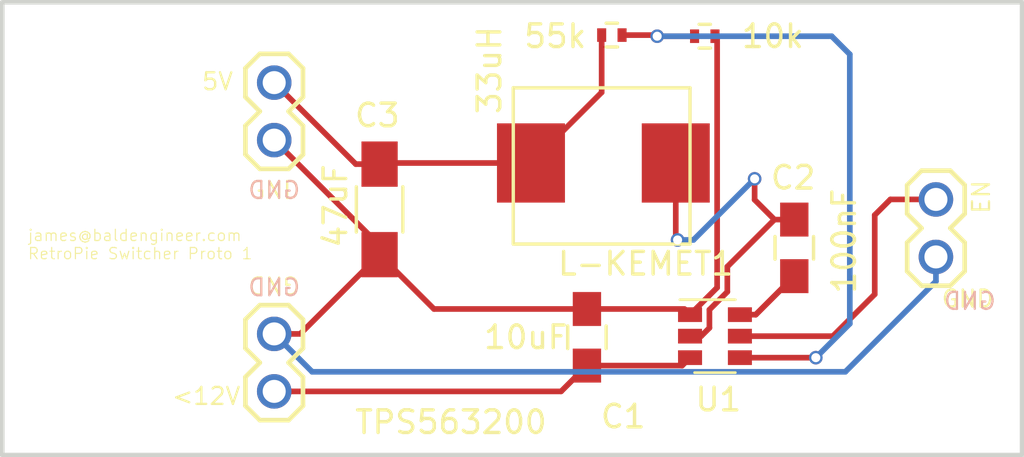
<source format=kicad_pcb>
(kicad_pcb (version 20171130) (host pcbnew "(5.1.12)-1")

  (general
    (thickness 1.6)
    (drawings 14)
    (tracks 58)
    (zones 0)
    (modules 10)
    (nets 8)
  )

  (page A4)
  (layers
    (0 F.Cu signal)
    (31 B.Cu signal)
    (32 B.Adhes user hide)
    (33 F.Adhes user hide)
    (34 B.Paste user hide)
    (35 F.Paste user hide)
    (36 B.SilkS user hide)
    (37 F.SilkS user hide)
    (38 B.Mask user hide)
    (39 F.Mask user hide)
    (40 Dwgs.User user hide)
    (41 Cmts.User user hide)
    (42 Eco1.User user hide)
    (43 Eco2.User user hide)
    (44 Edge.Cuts user)
    (45 Margin user hide)
    (46 B.CrtYd user hide)
    (47 F.CrtYd user hide)
    (48 B.Fab user hide)
    (49 F.Fab user hide)
  )

  (setup
    (last_trace_width 0.25)
    (trace_clearance 0.2)
    (zone_clearance 0.254)
    (zone_45_only no)
    (trace_min 0.2)
    (via_size 0.6)
    (via_drill 0.4)
    (via_min_size 0.4)
    (via_min_drill 0.3)
    (uvia_size 0.3)
    (uvia_drill 0.1)
    (uvias_allowed no)
    (uvia_min_size 0.2)
    (uvia_min_drill 0.1)
    (edge_width 0.2)
    (segment_width 0.2)
    (pcb_text_width 0.3)
    (pcb_text_size 1.5 1.5)
    (mod_edge_width 0.15)
    (mod_text_size 1 1)
    (mod_text_width 0.15)
    (pad_size 1.524 1.524)
    (pad_drill 1.016)
    (pad_to_mask_clearance 0)
    (aux_axis_origin 0 0)
    (visible_elements 7FFFFFFF)
    (pcbplotparams
      (layerselection 0x00000_00000001)
      (usegerberextensions false)
      (usegerberattributes true)
      (usegerberadvancedattributes true)
      (creategerberjobfile true)
      (excludeedgelayer true)
      (linewidth 0.100000)
      (plotframeref false)
      (viasonmask false)
      (mode 1)
      (useauxorigin false)
      (hpglpennumber 1)
      (hpglpenspeed 20)
      (hpglpendiameter 15.000000)
      (psnegative false)
      (psa4output false)
      (plotreference true)
      (plotvalue true)
      (plotinvisibletext false)
      (padsonsilk false)
      (subtractmaskfromsilk false)
      (outputformat 4)
      (mirror false)
      (drillshape 0)
      (scaleselection 1)
      (outputdirectory ""))
  )

  (net 0 "")
  (net 1 GND)
  (net 2 "Net-(C2-Pad2)")
  (net 3 "Net-(R1-Pad2)")
  (net 4 /IN)
  (net 5 /ToCoil)
  (net 6 /OUT)
  (net 7 /ENABLE)

  (net_class Default "This is the default net class."
    (clearance 0.2)
    (trace_width 0.25)
    (via_dia 0.6)
    (via_drill 0.4)
    (uvia_dia 0.3)
    (uvia_drill 0.1)
    (add_net /ENABLE)
    (add_net /IN)
    (add_net /OUT)
    (add_net /ToCoil)
    (add_net GND)
    (add_net "Net-(C2-Pad2)")
    (add_net "Net-(R1-Pad2)")
  )

  (module Capacitors_SMD:C_0805_HandSoldering (layer F.Cu) (tedit 58EF001A) (tstamp 58EDA2B8)
    (at 141.8 104.3 90)
    (descr "Capacitor SMD 0805, hand soldering")
    (tags "capacitor 0805")
    (path /58EC2860)
    (attr smd)
    (fp_text reference C1 (at -3.5 1.6 180) (layer F.SilkS)
      (effects (font (size 1 1) (thickness 0.15)))
    )
    (fp_text value 10uF (at 0 -2.7 180) (layer F.SilkS)
      (effects (font (size 1 1) (thickness 0.15)))
    )
    (fp_line (start -0.5 0.85) (end 0.5 0.85) (layer F.SilkS) (width 0.15))
    (fp_line (start 0.5 -0.85) (end -0.5 -0.85) (layer F.SilkS) (width 0.15))
    (fp_line (start 2.3 -1) (end 2.3 1) (layer F.CrtYd) (width 0.05))
    (fp_line (start -2.3 -1) (end -2.3 1) (layer F.CrtYd) (width 0.05))
    (fp_line (start -2.3 1) (end 2.3 1) (layer F.CrtYd) (width 0.05))
    (fp_line (start -2.3 -1) (end 2.3 -1) (layer F.CrtYd) (width 0.05))
    (fp_line (start -1 -0.625) (end 1 -0.625) (layer F.Fab) (width 0.15))
    (fp_line (start 1 -0.625) (end 1 0.625) (layer F.Fab) (width 0.15))
    (fp_line (start 1 0.625) (end -1 0.625) (layer F.Fab) (width 0.15))
    (fp_line (start -1 0.625) (end -1 -0.625) (layer F.Fab) (width 0.15))
    (pad 1 smd rect (at -1.25 0 90) (size 1.5 1.25) (layers F.Cu F.Paste F.Mask)
      (net 4 /IN))
    (pad 2 smd rect (at 1.25 0 90) (size 1.5 1.25) (layers F.Cu F.Paste F.Mask)
      (net 1 GND))
    (model Capacitors_SMD.3dshapes/C_0805_HandSoldering.wrl
      (at (xyz 0 0 0))
      (scale (xyz 1 1 1))
      (rotate (xyz 0 0 0))
    )
  )

  (module Capacitors_SMD:C_0805_HandSoldering (layer F.Cu) (tedit 58EF0037) (tstamp 58EDA2C8)
    (at 150.95 100.35 270)
    (descr "Capacitor SMD 0805, hand soldering")
    (tags "capacitor 0805")
    (path /58EC28A3)
    (attr smd)
    (fp_text reference C2 (at -3.1 0.05) (layer F.SilkS)
      (effects (font (size 1 1) (thickness 0.15)))
    )
    (fp_text value 100nF (at -0.3 -2.2 270) (layer F.SilkS)
      (effects (font (size 1 1) (thickness 0.15)))
    )
    (fp_line (start -0.5 0.85) (end 0.5 0.85) (layer F.SilkS) (width 0.15))
    (fp_line (start 0.5 -0.85) (end -0.5 -0.85) (layer F.SilkS) (width 0.15))
    (fp_line (start 2.3 -1) (end 2.3 1) (layer F.CrtYd) (width 0.05))
    (fp_line (start -2.3 -1) (end -2.3 1) (layer F.CrtYd) (width 0.05))
    (fp_line (start -2.3 1) (end 2.3 1) (layer F.CrtYd) (width 0.05))
    (fp_line (start -2.3 -1) (end 2.3 -1) (layer F.CrtYd) (width 0.05))
    (fp_line (start -1 -0.625) (end 1 -0.625) (layer F.Fab) (width 0.15))
    (fp_line (start 1 -0.625) (end 1 0.625) (layer F.Fab) (width 0.15))
    (fp_line (start 1 0.625) (end -1 0.625) (layer F.Fab) (width 0.15))
    (fp_line (start -1 0.625) (end -1 -0.625) (layer F.Fab) (width 0.15))
    (pad 1 smd rect (at -1.25 0 270) (size 1.5 1.25) (layers F.Cu F.Paste F.Mask)
      (net 5 /ToCoil))
    (pad 2 smd rect (at 1.25 0 270) (size 1.5 1.25) (layers F.Cu F.Paste F.Mask)
      (net 2 "Net-(C2-Pad2)"))
    (model Capacitors_SMD.3dshapes/C_0805_HandSoldering.wrl
      (at (xyz 0 0 0))
      (scale (xyz 1 1 1))
      (rotate (xyz 0 0 0))
    )
  )

  (module Capacitors_SMD:C_1206_HandSoldering (layer F.Cu) (tedit 58EF000C) (tstamp 58EDA2D8)
    (at 132.65 98.65 90)
    (descr "Capacitor SMD 1206, hand soldering")
    (tags "capacitor 1206")
    (path /58EC29EF)
    (attr smd)
    (fp_text reference C3 (at 4.15 -0.1 180) (layer F.SilkS)
      (effects (font (size 1 1) (thickness 0.15)))
    )
    (fp_text value 47uF (at 0.15 -1.95 90) (layer F.SilkS)
      (effects (font (size 1 1) (thickness 0.15)))
    )
    (fp_line (start -1 1.025) (end 1 1.025) (layer F.SilkS) (width 0.15))
    (fp_line (start 1 -1.025) (end -1 -1.025) (layer F.SilkS) (width 0.15))
    (fp_line (start 3.3 -1.15) (end 3.3 1.15) (layer F.CrtYd) (width 0.05))
    (fp_line (start -3.3 -1.15) (end -3.3 1.15) (layer F.CrtYd) (width 0.05))
    (fp_line (start -3.3 1.15) (end 3.3 1.15) (layer F.CrtYd) (width 0.05))
    (fp_line (start -3.3 -1.15) (end 3.3 -1.15) (layer F.CrtYd) (width 0.05))
    (fp_line (start -1.6 -0.8) (end 1.6 -0.8) (layer F.Fab) (width 0.15))
    (fp_line (start 1.6 -0.8) (end 1.6 0.8) (layer F.Fab) (width 0.15))
    (fp_line (start 1.6 0.8) (end -1.6 0.8) (layer F.Fab) (width 0.15))
    (fp_line (start -1.6 0.8) (end -1.6 -0.8) (layer F.Fab) (width 0.15))
    (pad 1 smd rect (at -2 0 90) (size 2 1.6) (layers F.Cu F.Paste F.Mask)
      (net 1 GND))
    (pad 2 smd rect (at 2 0 90) (size 2 1.6) (layers F.Cu F.Paste F.Mask)
      (net 6 /OUT))
    (model Capacitors_SMD.3dshapes/C_1206_HandSoldering.wrl
      (at (xyz 0 0 0))
      (scale (xyz 1 1 1))
      (rotate (xyz 0 0 0))
    )
  )

  (module Resistors_SMD:R_0402 (layer F.Cu) (tedit 58EF0026) (tstamp 58EDA2FC)
    (at 142.9 90.95)
    (descr "Resistor SMD 0402, reflow soldering, Vishay (see dcrcw.pdf)")
    (tags "resistor 0402")
    (path /58EC2802)
    (attr smd)
    (fp_text reference R1 (at -1.05 -3) (layer F.SilkS) hide
      (effects (font (size 1 1) (thickness 0.15)))
    )
    (fp_text value 55k (at -2.5 0.05) (layer F.SilkS)
      (effects (font (size 1 1) (thickness 0.15)))
    )
    (fp_line (start -0.25 0.525) (end 0.25 0.525) (layer F.SilkS) (width 0.15))
    (fp_line (start 0.25 -0.525) (end -0.25 -0.525) (layer F.SilkS) (width 0.15))
    (fp_line (start 0.95 -0.65) (end 0.95 0.65) (layer F.CrtYd) (width 0.05))
    (fp_line (start -0.95 -0.65) (end -0.95 0.65) (layer F.CrtYd) (width 0.05))
    (fp_line (start -0.95 0.65) (end 0.95 0.65) (layer F.CrtYd) (width 0.05))
    (fp_line (start -0.95 -0.65) (end 0.95 -0.65) (layer F.CrtYd) (width 0.05))
    (fp_line (start -0.5 -0.25) (end 0.5 -0.25) (layer F.Fab) (width 0.1))
    (fp_line (start 0.5 -0.25) (end 0.5 0.25) (layer F.Fab) (width 0.1))
    (fp_line (start 0.5 0.25) (end -0.5 0.25) (layer F.Fab) (width 0.1))
    (fp_line (start -0.5 0.25) (end -0.5 -0.25) (layer F.Fab) (width 0.1))
    (pad 1 smd rect (at -0.45 0) (size 0.4 0.6) (layers F.Cu F.Paste F.Mask)
      (net 6 /OUT))
    (pad 2 smd rect (at 0.45 0) (size 0.4 0.6) (layers F.Cu F.Paste F.Mask)
      (net 3 "Net-(R1-Pad2)"))
    (model Resistors_SMD.3dshapes/R_0402.wrl
      (at (xyz 0 0 0))
      (scale (xyz 1 1 1))
      (rotate (xyz 0 0 0))
    )
  )

  (module Resistors_SMD:R_0402 (layer F.Cu) (tedit 58EF002F) (tstamp 58EDA30C)
    (at 147 91)
    (descr "Resistor SMD 0402, reflow soldering, Vishay (see dcrcw.pdf)")
    (tags "resistor 0402")
    (path /58EC264C)
    (attr smd)
    (fp_text reference R2 (at 0.9 -3.05) (layer F.SilkS) hide
      (effects (font (size 1 1) (thickness 0.15)))
    )
    (fp_text value 10k (at 3 0) (layer F.SilkS)
      (effects (font (size 1 1) (thickness 0.15)))
    )
    (fp_line (start -0.25 0.525) (end 0.25 0.525) (layer F.SilkS) (width 0.15))
    (fp_line (start 0.25 -0.525) (end -0.25 -0.525) (layer F.SilkS) (width 0.15))
    (fp_line (start 0.95 -0.65) (end 0.95 0.65) (layer F.CrtYd) (width 0.05))
    (fp_line (start -0.95 -0.65) (end -0.95 0.65) (layer F.CrtYd) (width 0.05))
    (fp_line (start -0.95 0.65) (end 0.95 0.65) (layer F.CrtYd) (width 0.05))
    (fp_line (start -0.95 -0.65) (end 0.95 -0.65) (layer F.CrtYd) (width 0.05))
    (fp_line (start -0.5 -0.25) (end 0.5 -0.25) (layer F.Fab) (width 0.1))
    (fp_line (start 0.5 -0.25) (end 0.5 0.25) (layer F.Fab) (width 0.1))
    (fp_line (start 0.5 0.25) (end -0.5 0.25) (layer F.Fab) (width 0.1))
    (fp_line (start -0.5 0.25) (end -0.5 -0.25) (layer F.Fab) (width 0.1))
    (pad 1 smd rect (at -0.45 0) (size 0.4 0.6) (layers F.Cu F.Paste F.Mask)
      (net 3 "Net-(R1-Pad2)"))
    (pad 2 smd rect (at 0.45 0) (size 0.4 0.6) (layers F.Cu F.Paste F.Mask)
      (net 1 GND))
    (model Resistors_SMD.3dshapes/R_0402.wrl
      (at (xyz 0 0 0))
      (scale (xyz 1 1 1))
      (rotate (xyz 0 0 0))
    )
  )

  (module TO_SOT_Packages_SMD:SOT-23-6 (layer F.Cu) (tedit 58EF0020) (tstamp 58EDA340)
    (at 147.45 104.25)
    (descr "6-pin SOT-23 package")
    (tags SOT-23-6)
    (path /58EC26BA)
    (attr smd)
    (fp_text reference U1 (at 0.15 2.8) (layer F.SilkS)
      (effects (font (size 1 1) (thickness 0.15)))
    )
    (fp_text value TPS563200 (at -11.65 3.8) (layer F.SilkS)
      (effects (font (size 1 1) (thickness 0.15)))
    )
    (fp_line (start 0.9 -1.55) (end 0.9 1.55) (layer F.Fab) (width 0.15))
    (fp_line (start 0.9 1.55) (end -0.9 1.55) (layer F.Fab) (width 0.15))
    (fp_line (start -0.9 -1.55) (end -0.9 1.55) (layer F.Fab) (width 0.15))
    (fp_line (start 0.9 -1.55) (end -0.9 -1.55) (layer F.Fab) (width 0.15))
    (fp_line (start -1.9 -1.8) (end -1.9 1.8) (layer F.CrtYd) (width 0.05))
    (fp_line (start -1.9 1.8) (end 1.9 1.8) (layer F.CrtYd) (width 0.05))
    (fp_line (start 1.9 1.8) (end 1.9 -1.8) (layer F.CrtYd) (width 0.05))
    (fp_line (start 1.9 -1.8) (end -1.9 -1.8) (layer F.CrtYd) (width 0.05))
    (fp_line (start 0.9 -1.61) (end -1.55 -1.61) (layer F.SilkS) (width 0.12))
    (fp_line (start -0.9 1.61) (end 0.9 1.61) (layer F.SilkS) (width 0.12))
    (pad 1 smd rect (at -1.1 -0.95) (size 1.06 0.65) (layers F.Cu F.Paste F.Mask)
      (net 1 GND))
    (pad 2 smd rect (at -1.1 0) (size 1.06 0.65) (layers F.Cu F.Paste F.Mask)
      (net 5 /ToCoil))
    (pad 3 smd rect (at -1.1 0.95) (size 1.06 0.65) (layers F.Cu F.Paste F.Mask)
      (net 4 /IN))
    (pad 4 smd rect (at 1.1 0.95) (size 1.06 0.65) (layers F.Cu F.Paste F.Mask)
      (net 3 "Net-(R1-Pad2)"))
    (pad 6 smd rect (at 1.1 -0.95) (size 1.06 0.65) (layers F.Cu F.Paste F.Mask)
      (net 2 "Net-(C2-Pad2)"))
    (pad 5 smd rect (at 1.1 0) (size 1.06 0.65) (layers F.Cu F.Paste F.Mask)
      (net 7 /ENABLE))
    (model TO_SOT_Packages_SMD.3dshapes/SOT-23-6.wrl
      (at (xyz 0 0 0))
      (scale (xyz 1 1 1))
      (rotate (xyz 0 0 0))
    )
  )

  (module freetronics_footprints:1X02 (layer F.Cu) (tedit 58EEFF9A) (tstamp 58EDA656)
    (at 128 104.15 270)
    (path /58EC31C8)
    (fp_text reference J1 (at 0.3 0 270) (layer Eco1.User) hide
      (effects (font (size 0.6 0.6) (thickness 0.1)))
    )
    (fp_text value 9V-IN (at 2.05 2.4 270) (layer Eco1.User) hide
      (effects (font (size 1.27 1.27) (thickness 0.1016)))
    )
    (fp_line (start 3.81 -0.635) (end 3.81 0.635) (layer F.SilkS) (width 0.2032))
    (fp_line (start 0.635 1.27) (end -0.635 1.27) (layer F.SilkS) (width 0.2032))
    (fp_line (start -1.27 0.635) (end -0.635 1.27) (layer F.SilkS) (width 0.2032))
    (fp_line (start -0.635 -1.27) (end -1.27 -0.635) (layer F.SilkS) (width 0.2032))
    (fp_line (start -1.27 -0.635) (end -1.27 0.635) (layer F.SilkS) (width 0.2032))
    (fp_line (start 1.905 1.27) (end 1.27 0.635) (layer F.SilkS) (width 0.2032))
    (fp_line (start 3.175 1.27) (end 1.905 1.27) (layer F.SilkS) (width 0.2032))
    (fp_line (start 3.81 0.635) (end 3.175 1.27) (layer F.SilkS) (width 0.2032))
    (fp_line (start 3.175 -1.27) (end 3.81 -0.635) (layer F.SilkS) (width 0.2032))
    (fp_line (start 1.905 -1.27) (end 3.175 -1.27) (layer F.SilkS) (width 0.2032))
    (fp_line (start 1.27 -0.635) (end 1.905 -1.27) (layer F.SilkS) (width 0.2032))
    (fp_line (start 1.27 0.635) (end 0.635 1.27) (layer F.SilkS) (width 0.2032))
    (fp_line (start 0.635 -1.27) (end 1.27 -0.635) (layer F.SilkS) (width 0.2032))
    (fp_line (start -0.635 -1.27) (end 0.635 -1.27) (layer F.SilkS) (width 0.2032))
    (pad 1 thru_hole oval (at 0 0) (size 1.524 1.524) (drill 1.016) (layers *.Cu *.Mask)
      (net 1 GND))
    (pad 2 thru_hole oval (at 2.54 0) (size 1.524 1.524) (drill 1.016) (layers *.Cu *.Mask)
      (net 4 /IN))
  )

  (module freetronics_footprints:1X02 (layer F.Cu) (tedit 58EEFFC2) (tstamp 58EDA66A)
    (at 157.2 100.75 90)
    (path /58EC357C)
    (fp_text reference J2 (at 0.3 0 90) (layer Eco1.User) hide
      (effects (font (size 0.6 0.6) (thickness 0.1)))
    )
    (fp_text value EN (at 1.4 1.8 90) (layer F.SilkS) hide
      (effects (font (size 1.27 1.27) (thickness 0.1016)))
    )
    (fp_line (start 3.81 -0.635) (end 3.81 0.635) (layer F.SilkS) (width 0.2032))
    (fp_line (start 0.635 1.27) (end -0.635 1.27) (layer F.SilkS) (width 0.2032))
    (fp_line (start -1.27 0.635) (end -0.635 1.27) (layer F.SilkS) (width 0.2032))
    (fp_line (start -0.635 -1.27) (end -1.27 -0.635) (layer F.SilkS) (width 0.2032))
    (fp_line (start -1.27 -0.635) (end -1.27 0.635) (layer F.SilkS) (width 0.2032))
    (fp_line (start 1.905 1.27) (end 1.27 0.635) (layer F.SilkS) (width 0.2032))
    (fp_line (start 3.175 1.27) (end 1.905 1.27) (layer F.SilkS) (width 0.2032))
    (fp_line (start 3.81 0.635) (end 3.175 1.27) (layer F.SilkS) (width 0.2032))
    (fp_line (start 3.175 -1.27) (end 3.81 -0.635) (layer F.SilkS) (width 0.2032))
    (fp_line (start 1.905 -1.27) (end 3.175 -1.27) (layer F.SilkS) (width 0.2032))
    (fp_line (start 1.27 -0.635) (end 1.905 -1.27) (layer F.SilkS) (width 0.2032))
    (fp_line (start 1.27 0.635) (end 0.635 1.27) (layer F.SilkS) (width 0.2032))
    (fp_line (start 0.635 -1.27) (end 1.27 -0.635) (layer F.SilkS) (width 0.2032))
    (fp_line (start -0.635 -1.27) (end 0.635 -1.27) (layer F.SilkS) (width 0.2032))
    (pad 1 thru_hole oval (at 0 0 180) (size 1.524 1.524) (drill 1.016) (layers *.Cu *.Mask)
      (net 1 GND))
    (pad 2 thru_hole oval (at 2.54 0 180) (size 1.524 1.524) (drill 1.016) (layers *.Cu *.Mask)
      (net 7 /ENABLE))
  )

  (module freetronics_footprints:1X02 (layer F.Cu) (tedit 58EEFF83) (tstamp 58EDA67E)
    (at 128 93.05 270)
    (path /58EC3224)
    (fp_text reference J3 (at 0.3 0 270) (layer Eco1.User) hide
      (effects (font (size 0.6 0.6) (thickness 0.1)))
    )
    (fp_text value 5V-OUT (at 0.95 2.8 270) (layer Eco1.User) hide
      (effects (font (size 1.27 1.27) (thickness 0.1016)))
    )
    (fp_line (start 3.81 -0.635) (end 3.81 0.635) (layer F.SilkS) (width 0.2032))
    (fp_line (start 0.635 1.27) (end -0.635 1.27) (layer F.SilkS) (width 0.2032))
    (fp_line (start -1.27 0.635) (end -0.635 1.27) (layer F.SilkS) (width 0.2032))
    (fp_line (start -0.635 -1.27) (end -1.27 -0.635) (layer F.SilkS) (width 0.2032))
    (fp_line (start -1.27 -0.635) (end -1.27 0.635) (layer F.SilkS) (width 0.2032))
    (fp_line (start 1.905 1.27) (end 1.27 0.635) (layer F.SilkS) (width 0.2032))
    (fp_line (start 3.175 1.27) (end 1.905 1.27) (layer F.SilkS) (width 0.2032))
    (fp_line (start 3.81 0.635) (end 3.175 1.27) (layer F.SilkS) (width 0.2032))
    (fp_line (start 3.175 -1.27) (end 3.81 -0.635) (layer F.SilkS) (width 0.2032))
    (fp_line (start 1.905 -1.27) (end 3.175 -1.27) (layer F.SilkS) (width 0.2032))
    (fp_line (start 1.27 -0.635) (end 1.905 -1.27) (layer F.SilkS) (width 0.2032))
    (fp_line (start 1.27 0.635) (end 0.635 1.27) (layer F.SilkS) (width 0.2032))
    (fp_line (start 0.635 -1.27) (end 1.27 -0.635) (layer F.SilkS) (width 0.2032))
    (fp_line (start -0.635 -1.27) (end 0.635 -1.27) (layer F.SilkS) (width 0.2032))
    (pad 1 thru_hole oval (at 0 0) (size 1.524 1.524) (drill 1.016) (layers *.Cu *.Mask)
      (net 6 /OUT))
    (pad 2 thru_hole oval (at 2.54 0) (size 1.524 1.524) (drill 1.016) (layers *.Cu *.Mask)
      (net 1 GND))
  )

  (module "My Libraries:KT-MPLCH-0740-Hand" (layer F.Cu) (tedit 58EFD78D) (tstamp 58EFD74A)
    (at 142.4 96.6 180)
    (path /58EC295C)
    (fp_text reference L-KEMET1 (at -1.99 -4.45 180) (layer F.SilkS)
      (effects (font (size 1 1) (thickness 0.15)))
    )
    (fp_text value 33uH (at 4.9 4.1 270) (layer F.SilkS)
      (effects (font (size 1 1) (thickness 0.15)))
    )
    (fp_line (start -3.95 -3.58) (end 3.85 -3.58) (layer F.SilkS) (width 0.15))
    (fp_line (start 3.85 -3.58) (end 3.85 3.32) (layer F.SilkS) (width 0.15))
    (fp_line (start 3.85 3.32) (end -3.95 3.32) (layer F.SilkS) (width 0.15))
    (fp_line (start -3.95 -3.58) (end -3.95 3.32) (layer F.SilkS) (width 0.15))
    (pad 1 smd rect (at -3.32 0 180) (size 3 3.5) (layers F.Cu F.Paste F.Mask)
      (net 5 /ToCoil))
    (pad 2 smd rect (at 3.07 0 180) (size 3 3.5) (layers F.Cu F.Paste F.Mask)
      (net 6 /OUT))
  )

  (gr_text "james@baldengineer.com\nRetroPie Switcher Proto 1" (at 117.1 100.2) (layer F.SilkS)
    (effects (font (size 0.5 0.5) (thickness 0.05)) (justify left))
  )
  (gr_text EN (at 159.2 98.1 90) (layer F.SilkS)
    (effects (font (size 0.75 0.75) (thickness 0.1)))
  )
  (gr_text <12V (at 125 106.9) (layer F.SilkS)
    (effects (font (size 0.75 0.75) (thickness 0.1)))
  )
  (gr_text 5V (at 125.5 93) (layer F.SilkS)
    (effects (font (size 0.75 0.75) (thickness 0.1)))
  )
  (gr_text GND (at 158.7 102.7) (layer B.SilkS)
    (effects (font (size 0.75 0.75) (thickness 0.1)) (justify mirror))
  )
  (gr_text GND (at 128 102.1) (layer B.SilkS)
    (effects (font (size 0.75 0.75) (thickness 0.1)) (justify mirror))
  )
  (gr_text GND (at 128 97.8) (layer B.SilkS)
    (effects (font (size 0.75 0.75) (thickness 0.1)) (justify mirror))
  )
  (gr_text GND (at 158.6 102.6) (layer F.SilkS)
    (effects (font (size 0.75 0.75) (thickness 0.1)))
  )
  (gr_text GND (at 128 102 180) (layer F.SilkS)
    (effects (font (size 0.75 0.75) (thickness 0.1)))
  )
  (gr_text GND (at 128 97.8) (layer F.SilkS)
    (effects (font (size 0.75 0.75) (thickness 0.1)))
  )
  (gr_line (start 116 109.5) (end 116 89.5) (angle 90) (layer Edge.Cuts) (width 0.2))
  (gr_line (start 161 109.5) (end 116 109.5) (angle 90) (layer Edge.Cuts) (width 0.2))
  (gr_line (start 161 89.5) (end 161 109.5) (angle 90) (layer Edge.Cuts) (width 0.2))
  (gr_line (start 116 89.5) (end 161 89.5) (angle 90) (layer Edge.Cuts) (width 0.2))

  (via (at 149.2 97.3) (size 0.6) (drill 0.4) (layers F.Cu B.Cu) (net 5))
  (via (at 145.8 100) (size 0.6) (drill 0.4) (layers F.Cu B.Cu) (net 5))
  (segment (start 147.545001 102.104999) (end 146.35 103.3) (width 0.25) (layer F.Cu) (net 1))
  (segment (start 147.545001 91.095001) (end 147.545001 102.104999) (width 0.25) (layer F.Cu) (net 1))
  (segment (start 147.45 91) (end 147.545001 91.095001) (width 0.25) (layer F.Cu) (net 1))
  (segment (start 146.1 103.05) (end 146.35 103.3) (width 0.25) (layer F.Cu) (net 1))
  (segment (start 141.8 103.05) (end 146.1 103.05) (width 0.25) (layer F.Cu) (net 1))
  (segment (start 135.05 103.05) (end 132.65 100.65) (width 0.25) (layer F.Cu) (net 1))
  (segment (start 141.8 103.05) (end 135.05 103.05) (width 0.25) (layer F.Cu) (net 1))
  (segment (start 132.65 100.24) (end 128 95.59) (width 0.25) (layer F.Cu) (net 1))
  (segment (start 132.65 100.65) (end 132.65 100.24) (width 0.25) (layer F.Cu) (net 1))
  (segment (start 129.15 104.15) (end 132.65 100.65) (width 0.25) (layer F.Cu) (net 1))
  (segment (start 128 104.15) (end 129.15 104.15) (width 0.25) (layer F.Cu) (net 1))
  (segment (start 129.675001 105.825001) (end 128 104.15) (width 0.25) (layer B.Cu) (net 1))
  (segment (start 153.202629 105.825001) (end 129.675001 105.825001) (width 0.25) (layer B.Cu) (net 1))
  (segment (start 157.2 101.82763) (end 153.202629 105.825001) (width 0.25) (layer B.Cu) (net 1))
  (segment (start 157.2 100.75) (end 157.2 101.82763) (width 0.25) (layer B.Cu) (net 1))
  (segment (start 148.55 103.3) (end 149.25 103.3) (width 0.25) (layer F.Cu) (net 2))
  (segment (start 149.25 103.3) (end 150.95 101.6) (width 0.25) (layer F.Cu) (net 2) (tstamp 58EEFE60))
  (segment (start 149.25 103.3) (end 150.95 101.6) (width 0.25) (layer F.Cu) (net 2) (tstamp 58EEFE55))
  (segment (start 144.9 91) (end 146.55 91) (width 0.25) (layer F.Cu) (net 3))
  (segment (start 148.55 105.2) (end 151.9 105.2) (width 0.25) (layer F.Cu) (net 3))
  (segment (start 144.85 90.95) (end 143.35 90.95) (width 0.25) (layer F.Cu) (net 3) (tstamp 58EEFE35))
  (segment (start 144.9 91) (end 144.85 90.95) (width 0.25) (layer F.Cu) (net 3) (tstamp 58EEFE34))
  (segment (start 152.6 91) (end 144.9 91) (width 0.25) (layer B.Cu) (net 3) (tstamp 58EEFE2F))
  (segment (start 153.4 91.8) (end 152.6 91) (width 0.25) (layer B.Cu) (net 3) (tstamp 58EEFE2E))
  (segment (start 153.4 103.7) (end 153.4 91.8) (width 0.25) (layer B.Cu) (net 3) (tstamp 58EEFE2A))
  (segment (start 151.9 105.2) (end 153.4 103.7) (width 0.25) (layer B.Cu) (net 3) (tstamp 58EEFE29))
  (via (at 144.9 91) (size 0.6) (drill 0.4) (layers F.Cu B.Cu) (net 3))
  (via (at 151.9 105.2) (size 0.6) (drill 0.4) (layers F.Cu B.Cu) (net 3))
  (segment (start 140.66 106.69) (end 141.8 105.55) (width 0.25) (layer F.Cu) (net 4))
  (segment (start 128 106.69) (end 140.66 106.69) (width 0.25) (layer F.Cu) (net 4))
  (segment (start 146 105.55) (end 146.35 105.2) (width 0.25) (layer F.Cu) (net 4))
  (segment (start 141.8 105.55) (end 146 105.55) (width 0.25) (layer F.Cu) (net 4))
  (segment (start 147.205001 103.885001) (end 146.840002 104.25) (width 0.25) (layer F.Cu) (net 5))
  (segment (start 147.205001 103.081409) (end 147.205001 103.885001) (width 0.25) (layer F.Cu) (net 5))
  (segment (start 147.99501 102.2914) (end 147.205001 103.081409) (width 0.25) (layer F.Cu) (net 5))
  (segment (start 147.995011 101.179989) (end 147.99501 102.2914) (width 0.25) (layer F.Cu) (net 5))
  (segment (start 146.840002 104.25) (end 146.35 104.25) (width 0.25) (layer F.Cu) (net 5))
  (segment (start 150.075 99.1) (end 147.995011 101.179989) (width 0.25) (layer F.Cu) (net 5))
  (segment (start 150.95 99.1) (end 150.075 99.1) (width 0.25) (layer F.Cu) (net 5))
  (segment (start 145.72 99.92) (end 145.8 100) (width 0.25) (layer F.Cu) (net 5))
  (segment (start 145.72 96.6) (end 145.72 99.92) (width 0.25) (layer F.Cu) (net 5))
  (segment (start 149.2 98.225) (end 150.075 99.1) (width 0.25) (layer F.Cu) (net 5))
  (segment (start 149.2 97.3) (end 149.2 98.225) (width 0.25) (layer F.Cu) (net 5))
  (segment (start 146.5 100) (end 149.2 97.3) (width 0.25) (layer B.Cu) (net 5))
  (segment (start 145.8 100) (end 146.5 100) (width 0.25) (layer B.Cu) (net 5))
  (segment (start 142.45 93.48) (end 139.33 96.6) (width 0.25) (layer F.Cu) (net 6))
  (segment (start 142.45 90.95) (end 142.45 93.48) (width 0.25) (layer F.Cu) (net 6))
  (segment (start 132.7 96.6) (end 132.65 96.65) (width 0.25) (layer F.Cu) (net 6))
  (segment (start 139.33 96.6) (end 132.7 96.6) (width 0.25) (layer F.Cu) (net 6))
  (segment (start 131.6 96.65) (end 128 93.05) (width 0.25) (layer F.Cu) (net 6))
  (segment (start 132.65 96.65) (end 131.6 96.65) (width 0.25) (layer F.Cu) (net 6))
  (segment (start 148.55 104.25) (end 152.65 104.25) (width 0.25) (layer F.Cu) (net 7))
  (segment (start 155.19 98.21) (end 157.2 98.21) (width 0.25) (layer F.Cu) (net 7) (tstamp 58EEFDE5))
  (segment (start 154.5 98.9) (end 155.19 98.21) (width 0.25) (layer F.Cu) (net 7) (tstamp 58EEFDE4))
  (segment (start 154.5 102.4) (end 154.5 98.9) (width 0.25) (layer F.Cu) (net 7) (tstamp 58EEFDE2))
  (segment (start 152.65 104.25) (end 154.5 102.4) (width 0.25) (layer F.Cu) (net 7) (tstamp 58EEFDDD))

)

</source>
